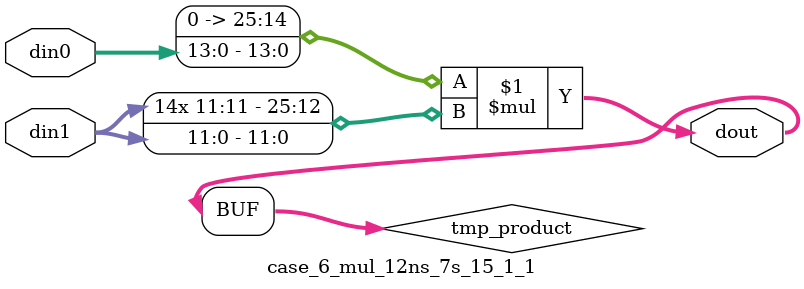
<source format=v>

`timescale 1 ns / 1 ps

 (* use_dsp = "no" *)  module case_6_mul_12ns_7s_15_1_1(din0, din1, dout);
parameter ID = 1;
parameter NUM_STAGE = 0;
parameter din0_WIDTH = 14;
parameter din1_WIDTH = 12;
parameter dout_WIDTH = 26;

input [din0_WIDTH - 1 : 0] din0; 
input [din1_WIDTH - 1 : 0] din1; 
output [dout_WIDTH - 1 : 0] dout;

wire signed [dout_WIDTH - 1 : 0] tmp_product;

























assign tmp_product = $signed({1'b0, din0}) * $signed(din1);










assign dout = tmp_product;





















endmodule

</source>
